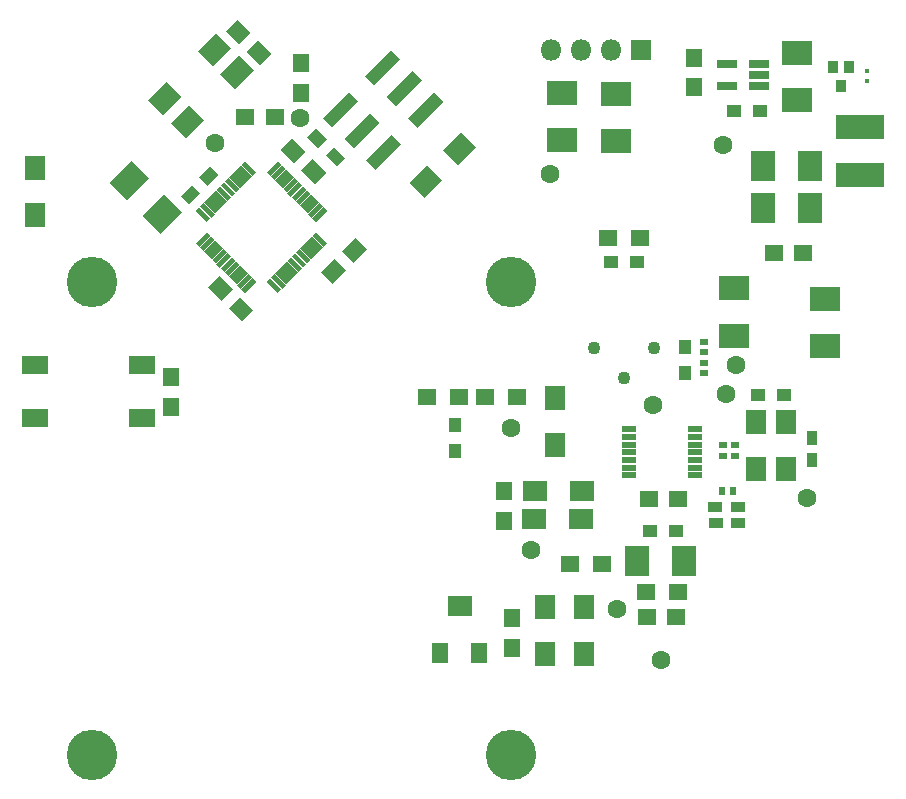
<source format=gbr>
G04 #@! TF.FileFunction,Soldermask,Top*
%FSLAX46Y46*%
G04 Gerber Fmt 4.6, Leading zero omitted, Abs format (unit mm)*
G04 Created by KiCad (PCBNEW 4.0.7) date Mon Jul 23 22:43:49 2018*
%MOMM*%
%LPD*%
G01*
G04 APERTURE LIST*
%ADD10C,0.100000*%
%ADD11C,1.101600*%
%ADD12R,1.801600X1.801600*%
%ADD13O,1.801600X1.801600*%
%ADD14R,1.601600X1.351600*%
%ADD15R,2.101600X2.601600*%
%ADD16R,1.351600X1.601600*%
%ADD17R,2.601600X2.101600*%
%ADD18R,0.351600X0.461600*%
%ADD19R,0.901600X1.001600*%
%ADD20R,1.001600X1.301600*%
%ADD21R,1.301600X1.001600*%
%ADD22R,1.801600X2.101600*%
%ADD23R,2.201600X1.501600*%
%ADD24C,1.601600*%
%ADD25R,1.661600X0.751600*%
%ADD26R,2.101600X1.701600*%
%ADD27R,1.401600X1.701600*%
%ADD28R,0.851600X1.301600*%
%ADD29R,1.301600X0.851600*%
%ADD30R,4.101600X2.101600*%
%ADD31R,0.701600X0.501600*%
%ADD32R,1.601600X1.401600*%
%ADD33R,2.101600X1.801600*%
%ADD34R,0.501600X0.701600*%
%ADD35R,1.150000X0.550000*%
%ADD36C,4.276600*%
G04 APERTURE END LIST*
D10*
D11*
X124540000Y-88080000D03*
X127080000Y-85540000D03*
X122000000Y-85540000D03*
D12*
X125950000Y-60310000D03*
D13*
X123410000Y-60310000D03*
X120870000Y-60310000D03*
X118330000Y-60310000D03*
D14*
X126420000Y-108360000D03*
X128920000Y-108360000D03*
D10*
G36*
X101776911Y-76261683D02*
X102732637Y-77217409D01*
X101600135Y-78349911D01*
X100644409Y-77394185D01*
X101776911Y-76261683D01*
X101776911Y-76261683D01*
G37*
G36*
X100009145Y-78029449D02*
X100964871Y-78985175D01*
X99832369Y-80117677D01*
X98876643Y-79161951D01*
X100009145Y-78029449D01*
X100009145Y-78029449D01*
G37*
G36*
X95414623Y-68761749D02*
X96370349Y-67806023D01*
X97502851Y-68938525D01*
X96547125Y-69894251D01*
X95414623Y-68761749D01*
X95414623Y-68761749D01*
G37*
G36*
X97182389Y-70529515D02*
X98138115Y-69573789D01*
X99270617Y-70706291D01*
X98314891Y-71662017D01*
X97182389Y-70529515D01*
X97182389Y-70529515D01*
G37*
D14*
X126610000Y-98360000D03*
X129110000Y-98360000D03*
X92450000Y-66000000D03*
X94950000Y-66000000D03*
D10*
G36*
X93128897Y-82375051D02*
X92173171Y-83330777D01*
X91040669Y-82198275D01*
X91996395Y-81242549D01*
X93128897Y-82375051D01*
X93128897Y-82375051D01*
G37*
G36*
X91361131Y-80607285D02*
X90405405Y-81563011D01*
X89272903Y-80430509D01*
X90228629Y-79474783D01*
X91361131Y-80607285D01*
X91361131Y-80607285D01*
G37*
G36*
X87683037Y-73381001D02*
X86974799Y-72672763D01*
X87895169Y-71752393D01*
X88603407Y-72460631D01*
X87683037Y-73381001D01*
X87683037Y-73381001D01*
G37*
G36*
X89238671Y-71825367D02*
X88530433Y-71117129D01*
X89450803Y-70196759D01*
X90159041Y-70904997D01*
X89238671Y-71825367D01*
X89238671Y-71825367D01*
G37*
D15*
X125600000Y-103570000D03*
X129600000Y-103570000D03*
D16*
X114310000Y-97680000D03*
X114310000Y-100180000D03*
X97190000Y-63950000D03*
X97190000Y-61450000D03*
D10*
G36*
X90812003Y-58717729D02*
X91767729Y-57762003D01*
X92900231Y-58894505D01*
X91944505Y-59850231D01*
X90812003Y-58717729D01*
X90812003Y-58717729D01*
G37*
G36*
X92579769Y-60485495D02*
X93535495Y-59529769D01*
X94667997Y-60662271D01*
X93712271Y-61617997D01*
X92579769Y-60485495D01*
X92579769Y-60485495D01*
G37*
D16*
X86130000Y-88020000D03*
X86130000Y-90520000D03*
D10*
G36*
X87077046Y-74037437D02*
X85237437Y-75877046D01*
X83751382Y-74390991D01*
X85590991Y-72551382D01*
X87077046Y-74037437D01*
X87077046Y-74037437D01*
G37*
G36*
X84248618Y-71209009D02*
X82409009Y-73048618D01*
X80922954Y-71562563D01*
X82762563Y-69722954D01*
X84248618Y-71209009D01*
X84248618Y-71209009D01*
G37*
D17*
X139130000Y-60580000D03*
X139130000Y-64580000D03*
X123830000Y-68070000D03*
X123830000Y-64070000D03*
X119260000Y-67980000D03*
X119260000Y-63980000D03*
D16*
X130400000Y-63500000D03*
X130400000Y-61000000D03*
D15*
X136290000Y-73690000D03*
X140290000Y-73690000D03*
X136280000Y-70150000D03*
X140280000Y-70150000D03*
D14*
X137180000Y-77540000D03*
X139680000Y-77540000D03*
D18*
X145100000Y-62920000D03*
X145100000Y-62080000D03*
D19*
X142870000Y-63350000D03*
X142220000Y-61750000D03*
X143520000Y-61750000D03*
D20*
X129700000Y-87710000D03*
X129700000Y-85510000D03*
D21*
X126670000Y-101070000D03*
X128870000Y-101070000D03*
D10*
G36*
X97700642Y-67696400D02*
X98408880Y-66988162D01*
X99329250Y-67908532D01*
X98621012Y-68616770D01*
X97700642Y-67696400D01*
X97700642Y-67696400D01*
G37*
G36*
X99256276Y-69252034D02*
X99964514Y-68543796D01*
X100884884Y-69464166D01*
X100176646Y-70172404D01*
X99256276Y-69252034D01*
X99256276Y-69252034D01*
G37*
G36*
X110670280Y-67275796D02*
X111944204Y-68549720D01*
X110458148Y-70035776D01*
X109184224Y-68761852D01*
X110670280Y-67275796D01*
X110670280Y-67275796D01*
G37*
G36*
X107841852Y-70104224D02*
X109115776Y-71378148D01*
X107629720Y-72864204D01*
X106355796Y-71590280D01*
X107841852Y-70104224D01*
X107841852Y-70104224D01*
G37*
D22*
X74600000Y-70300000D03*
X74600000Y-74300000D03*
D21*
X133780000Y-65490000D03*
X135980000Y-65490000D03*
D23*
X83700000Y-91500000D03*
X74600000Y-91500000D03*
X74600000Y-87000000D03*
X83700000Y-87000000D03*
D24*
X89900000Y-68200000D03*
X123900000Y-107650000D03*
X127600000Y-111950000D03*
X126990000Y-90410000D03*
X114970000Y-92360000D03*
X118230000Y-70800000D03*
X132900000Y-68400000D03*
X97100000Y-66130000D03*
D10*
G36*
X92428082Y-69725168D02*
X93375605Y-70672691D01*
X93064478Y-70983818D01*
X92116955Y-70036295D01*
X92428082Y-69725168D01*
X92428082Y-69725168D01*
G37*
G36*
X92074528Y-70078721D02*
X93022051Y-71026244D01*
X92710924Y-71337371D01*
X91763401Y-70389848D01*
X92074528Y-70078721D01*
X92074528Y-70078721D01*
G37*
G36*
X91720975Y-70432274D02*
X92668498Y-71379797D01*
X92357371Y-71690924D01*
X91409848Y-70743401D01*
X91720975Y-70432274D01*
X91720975Y-70432274D01*
G37*
G36*
X91367422Y-70785828D02*
X92314945Y-71733351D01*
X92003818Y-72044478D01*
X91056295Y-71096955D01*
X91367422Y-70785828D01*
X91367422Y-70785828D01*
G37*
G36*
X91013868Y-71139381D02*
X91961391Y-72086904D01*
X91650264Y-72398031D01*
X90702741Y-71450508D01*
X91013868Y-71139381D01*
X91013868Y-71139381D01*
G37*
G36*
X90660315Y-71492934D02*
X91607838Y-72440457D01*
X91296711Y-72751584D01*
X90349188Y-71804061D01*
X90660315Y-71492934D01*
X90660315Y-71492934D01*
G37*
G36*
X90306761Y-71846488D02*
X91254284Y-72794011D01*
X90943157Y-73105138D01*
X89995634Y-72157615D01*
X90306761Y-71846488D01*
X90306761Y-71846488D01*
G37*
G36*
X89953208Y-72200041D02*
X90900731Y-73147564D01*
X90589604Y-73458691D01*
X89642081Y-72511168D01*
X89953208Y-72200041D01*
X89953208Y-72200041D01*
G37*
G36*
X89599655Y-72553595D02*
X90547178Y-73501118D01*
X90236051Y-73812245D01*
X89288528Y-72864722D01*
X89599655Y-72553595D01*
X89599655Y-72553595D01*
G37*
G36*
X89246101Y-72907148D02*
X90193624Y-73854671D01*
X89882497Y-74165798D01*
X88934974Y-73218275D01*
X89246101Y-72907148D01*
X89246101Y-72907148D01*
G37*
G36*
X88892548Y-73260701D02*
X89840071Y-74208224D01*
X89528944Y-74519351D01*
X88581421Y-73571828D01*
X88892548Y-73260701D01*
X88892548Y-73260701D01*
G37*
G36*
X88538995Y-73614255D02*
X89486518Y-74561778D01*
X89175391Y-74872905D01*
X88227868Y-73925382D01*
X88538995Y-73614255D01*
X88538995Y-73614255D01*
G37*
G36*
X89175391Y-75735575D02*
X89486518Y-76046702D01*
X88538995Y-76994225D01*
X88227868Y-76683098D01*
X89175391Y-75735575D01*
X89175391Y-75735575D01*
G37*
G36*
X89528944Y-76089129D02*
X89840071Y-76400256D01*
X88892548Y-77347779D01*
X88581421Y-77036652D01*
X89528944Y-76089129D01*
X89528944Y-76089129D01*
G37*
G36*
X89882497Y-76442682D02*
X90193624Y-76753809D01*
X89246101Y-77701332D01*
X88934974Y-77390205D01*
X89882497Y-76442682D01*
X89882497Y-76442682D01*
G37*
G36*
X90236051Y-76796235D02*
X90547178Y-77107362D01*
X89599655Y-78054885D01*
X89288528Y-77743758D01*
X90236051Y-76796235D01*
X90236051Y-76796235D01*
G37*
G36*
X90589604Y-77149789D02*
X90900731Y-77460916D01*
X89953208Y-78408439D01*
X89642081Y-78097312D01*
X90589604Y-77149789D01*
X90589604Y-77149789D01*
G37*
G36*
X90943157Y-77503342D02*
X91254284Y-77814469D01*
X90306761Y-78761992D01*
X89995634Y-78450865D01*
X90943157Y-77503342D01*
X90943157Y-77503342D01*
G37*
G36*
X91296711Y-77856896D02*
X91607838Y-78168023D01*
X90660315Y-79115546D01*
X90349188Y-78804419D01*
X91296711Y-77856896D01*
X91296711Y-77856896D01*
G37*
G36*
X91650264Y-78210449D02*
X91961391Y-78521576D01*
X91013868Y-79469099D01*
X90702741Y-79157972D01*
X91650264Y-78210449D01*
X91650264Y-78210449D01*
G37*
G36*
X92003818Y-78564002D02*
X92314945Y-78875129D01*
X91367422Y-79822652D01*
X91056295Y-79511525D01*
X92003818Y-78564002D01*
X92003818Y-78564002D01*
G37*
G36*
X92357371Y-78917556D02*
X92668498Y-79228683D01*
X91720975Y-80176206D01*
X91409848Y-79865079D01*
X92357371Y-78917556D01*
X92357371Y-78917556D01*
G37*
G36*
X92710924Y-79271109D02*
X93022051Y-79582236D01*
X92074528Y-80529759D01*
X91763401Y-80218632D01*
X92710924Y-79271109D01*
X92710924Y-79271109D01*
G37*
G36*
X93064478Y-79624662D02*
X93375605Y-79935789D01*
X92428082Y-80883312D01*
X92116955Y-80572185D01*
X93064478Y-79624662D01*
X93064478Y-79624662D01*
G37*
G36*
X94549402Y-79624662D02*
X95496925Y-80572185D01*
X95185798Y-80883312D01*
X94238275Y-79935789D01*
X94549402Y-79624662D01*
X94549402Y-79624662D01*
G37*
G36*
X94902956Y-79271109D02*
X95850479Y-80218632D01*
X95539352Y-80529759D01*
X94591829Y-79582236D01*
X94902956Y-79271109D01*
X94902956Y-79271109D01*
G37*
G36*
X95256509Y-78917556D02*
X96204032Y-79865079D01*
X95892905Y-80176206D01*
X94945382Y-79228683D01*
X95256509Y-78917556D01*
X95256509Y-78917556D01*
G37*
G36*
X95610062Y-78564002D02*
X96557585Y-79511525D01*
X96246458Y-79822652D01*
X95298935Y-78875129D01*
X95610062Y-78564002D01*
X95610062Y-78564002D01*
G37*
G36*
X95963616Y-78210449D02*
X96911139Y-79157972D01*
X96600012Y-79469099D01*
X95652489Y-78521576D01*
X95963616Y-78210449D01*
X95963616Y-78210449D01*
G37*
G36*
X96317169Y-77856896D02*
X97264692Y-78804419D01*
X96953565Y-79115546D01*
X96006042Y-78168023D01*
X96317169Y-77856896D01*
X96317169Y-77856896D01*
G37*
G36*
X96670723Y-77503342D02*
X97618246Y-78450865D01*
X97307119Y-78761992D01*
X96359596Y-77814469D01*
X96670723Y-77503342D01*
X96670723Y-77503342D01*
G37*
G36*
X97024276Y-77149789D02*
X97971799Y-78097312D01*
X97660672Y-78408439D01*
X96713149Y-77460916D01*
X97024276Y-77149789D01*
X97024276Y-77149789D01*
G37*
G36*
X97377829Y-76796235D02*
X98325352Y-77743758D01*
X98014225Y-78054885D01*
X97066702Y-77107362D01*
X97377829Y-76796235D01*
X97377829Y-76796235D01*
G37*
G36*
X97731383Y-76442682D02*
X98678906Y-77390205D01*
X98367779Y-77701332D01*
X97420256Y-76753809D01*
X97731383Y-76442682D01*
X97731383Y-76442682D01*
G37*
G36*
X98084936Y-76089129D02*
X99032459Y-77036652D01*
X98721332Y-77347779D01*
X97773809Y-76400256D01*
X98084936Y-76089129D01*
X98084936Y-76089129D01*
G37*
G36*
X98438489Y-75735575D02*
X99386012Y-76683098D01*
X99074885Y-76994225D01*
X98127362Y-76046702D01*
X98438489Y-75735575D01*
X98438489Y-75735575D01*
G37*
G36*
X99074885Y-73614255D02*
X99386012Y-73925382D01*
X98438489Y-74872905D01*
X98127362Y-74561778D01*
X99074885Y-73614255D01*
X99074885Y-73614255D01*
G37*
G36*
X98721332Y-73260701D02*
X99032459Y-73571828D01*
X98084936Y-74519351D01*
X97773809Y-74208224D01*
X98721332Y-73260701D01*
X98721332Y-73260701D01*
G37*
G36*
X98367779Y-72907148D02*
X98678906Y-73218275D01*
X97731383Y-74165798D01*
X97420256Y-73854671D01*
X98367779Y-72907148D01*
X98367779Y-72907148D01*
G37*
G36*
X98014225Y-72553595D02*
X98325352Y-72864722D01*
X97377829Y-73812245D01*
X97066702Y-73501118D01*
X98014225Y-72553595D01*
X98014225Y-72553595D01*
G37*
G36*
X97660672Y-72200041D02*
X97971799Y-72511168D01*
X97024276Y-73458691D01*
X96713149Y-73147564D01*
X97660672Y-72200041D01*
X97660672Y-72200041D01*
G37*
G36*
X97307119Y-71846488D02*
X97618246Y-72157615D01*
X96670723Y-73105138D01*
X96359596Y-72794011D01*
X97307119Y-71846488D01*
X97307119Y-71846488D01*
G37*
G36*
X96953565Y-71492934D02*
X97264692Y-71804061D01*
X96317169Y-72751584D01*
X96006042Y-72440457D01*
X96953565Y-71492934D01*
X96953565Y-71492934D01*
G37*
G36*
X96600012Y-71139381D02*
X96911139Y-71450508D01*
X95963616Y-72398031D01*
X95652489Y-72086904D01*
X96600012Y-71139381D01*
X96600012Y-71139381D01*
G37*
G36*
X96246458Y-70785828D02*
X96557585Y-71096955D01*
X95610062Y-72044478D01*
X95298935Y-71733351D01*
X96246458Y-70785828D01*
X96246458Y-70785828D01*
G37*
G36*
X95892905Y-70432274D02*
X96204032Y-70743401D01*
X95256509Y-71690924D01*
X94945382Y-71379797D01*
X95892905Y-70432274D01*
X95892905Y-70432274D01*
G37*
G36*
X95539352Y-70078721D02*
X95850479Y-70389848D01*
X94902956Y-71337371D01*
X94591829Y-71026244D01*
X95539352Y-70078721D01*
X95539352Y-70078721D01*
G37*
G36*
X95185798Y-69725168D02*
X95496925Y-70036295D01*
X94549402Y-70983818D01*
X94238275Y-70672691D01*
X95185798Y-69725168D01*
X95185798Y-69725168D01*
G37*
G36*
X89958283Y-58876837D02*
X91232207Y-60150761D01*
X89675441Y-61707527D01*
X88401517Y-60433603D01*
X89958283Y-58876837D01*
X89958283Y-58876837D01*
G37*
G36*
X85786353Y-63048767D02*
X87060277Y-64322691D01*
X85503511Y-65879457D01*
X84229587Y-64605533D01*
X85786353Y-63048767D01*
X85786353Y-63048767D01*
G37*
G36*
X87695541Y-64957955D02*
X88969465Y-66231879D01*
X87412699Y-67788645D01*
X86138775Y-66514721D01*
X87695541Y-64957955D01*
X87695541Y-64957955D01*
G37*
G36*
X91867471Y-60786025D02*
X93141395Y-62059949D01*
X91584629Y-63616715D01*
X90310705Y-62342791D01*
X91867471Y-60786025D01*
X91867471Y-60786025D01*
G37*
D25*
X135950000Y-63420000D03*
X135950000Y-62470000D03*
X135950000Y-61520000D03*
X133250000Y-61520000D03*
X133250000Y-63420000D03*
D22*
X121100000Y-107500000D03*
X121100000Y-111500000D03*
X117800000Y-111500000D03*
X117800000Y-107500000D03*
D26*
X110600000Y-107400000D03*
D27*
X112250000Y-111400000D03*
X108950000Y-111400000D03*
D16*
X115000000Y-108450000D03*
X115000000Y-110950000D03*
D28*
X140410000Y-95080000D03*
X140410000Y-93180000D03*
D17*
X141530000Y-85390000D03*
X141530000Y-81390000D03*
D29*
X132240000Y-99030000D03*
X134140000Y-99030000D03*
X134170000Y-100420000D03*
X132270000Y-100420000D03*
D30*
X144510000Y-66890000D03*
X144510000Y-70890000D03*
D31*
X131250000Y-85030000D03*
X131250000Y-85930000D03*
D32*
X129050000Y-106260000D03*
X126350000Y-106260000D03*
D31*
X131250000Y-86820000D03*
X131250000Y-87720000D03*
D22*
X118650000Y-89800000D03*
X118650000Y-93800000D03*
D32*
X107800000Y-89700000D03*
X110500000Y-89700000D03*
X112750000Y-89700000D03*
X115450000Y-89700000D03*
D20*
X110200000Y-92100000D03*
X110200000Y-94300000D03*
D22*
X138190000Y-95810000D03*
X138190000Y-91810000D03*
D31*
X132900000Y-94700000D03*
X132900000Y-93800000D03*
D21*
X135850000Y-89540000D03*
X138050000Y-89540000D03*
D32*
X125860000Y-76230000D03*
X123160000Y-76230000D03*
D31*
X133910000Y-93790000D03*
X133910000Y-94690000D03*
D33*
X116930000Y-97660000D03*
X120930000Y-97660000D03*
X116880000Y-100010000D03*
X120880000Y-100010000D03*
D21*
X125610000Y-78300000D03*
X123410000Y-78300000D03*
D32*
X122640000Y-103860000D03*
X119940000Y-103860000D03*
D34*
X133730000Y-97660000D03*
X132830000Y-97660000D03*
D22*
X135650000Y-95820000D03*
X135650000Y-91820000D03*
D24*
X133950000Y-87000000D03*
X133150000Y-89450000D03*
X116600000Y-102700000D03*
X140000000Y-98250000D03*
D35*
X124925000Y-92440000D03*
X124925000Y-93090000D03*
X124925000Y-93740000D03*
X124925000Y-94390000D03*
X124925000Y-95040000D03*
X124925000Y-95690000D03*
X124925000Y-96340000D03*
X130475000Y-96340000D03*
X130475000Y-95690000D03*
X130475000Y-95040000D03*
X130475000Y-94390000D03*
X130475000Y-93740000D03*
X130475000Y-93090000D03*
X130475000Y-92440000D03*
D10*
G36*
X103378751Y-63308096D02*
X102599802Y-62529147D01*
X104792965Y-60335984D01*
X105571914Y-61114933D01*
X103378751Y-63308096D01*
X103378751Y-63308096D01*
G37*
G36*
X99814933Y-66871914D02*
X99035984Y-66092965D01*
X101229147Y-63899802D01*
X102008096Y-64678751D01*
X99814933Y-66871914D01*
X99814933Y-66871914D01*
G37*
G36*
X105174802Y-65104147D02*
X104395853Y-64325198D01*
X106589016Y-62132035D01*
X107367965Y-62910984D01*
X105174802Y-65104147D01*
X105174802Y-65104147D01*
G37*
G36*
X101610984Y-68667965D02*
X100832035Y-67889016D01*
X103025198Y-65695853D01*
X103804147Y-66474802D01*
X101610984Y-68667965D01*
X101610984Y-68667965D01*
G37*
G36*
X106970853Y-66900198D02*
X106191904Y-66121249D01*
X108385067Y-63928086D01*
X109164016Y-64707035D01*
X106970853Y-66900198D01*
X106970853Y-66900198D01*
G37*
G36*
X103407035Y-70464016D02*
X102628086Y-69685067D01*
X104821249Y-67491904D01*
X105600198Y-68270853D01*
X103407035Y-70464016D01*
X103407035Y-70464016D01*
G37*
D17*
X133810000Y-84520000D03*
X133810000Y-80520000D03*
D36*
X79485100Y-80000000D03*
X114902500Y-80000000D03*
X79485100Y-120000000D03*
X114902500Y-120000000D03*
M02*

</source>
